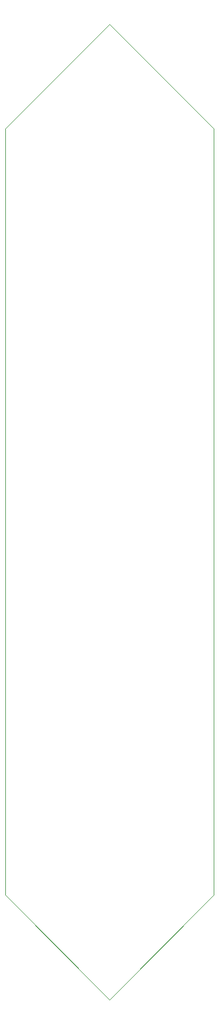
<source format=gbp>
G75*
%MOIN*%
%OFA0B0*%
%FSLAX25Y25*%
%IPPOS*%
%LPD*%
%AMOC8*
5,1,8,0,0,1.08239X$1,22.5*
%
%ADD10C,0.00000*%
D10*
X0020685Y0060655D02*
X0079740Y0001600D01*
X0138795Y0060655D01*
X0138795Y0493726D01*
X0079740Y0552781D01*
X0020685Y0493726D01*
X0020685Y0060655D01*
M02*

</source>
